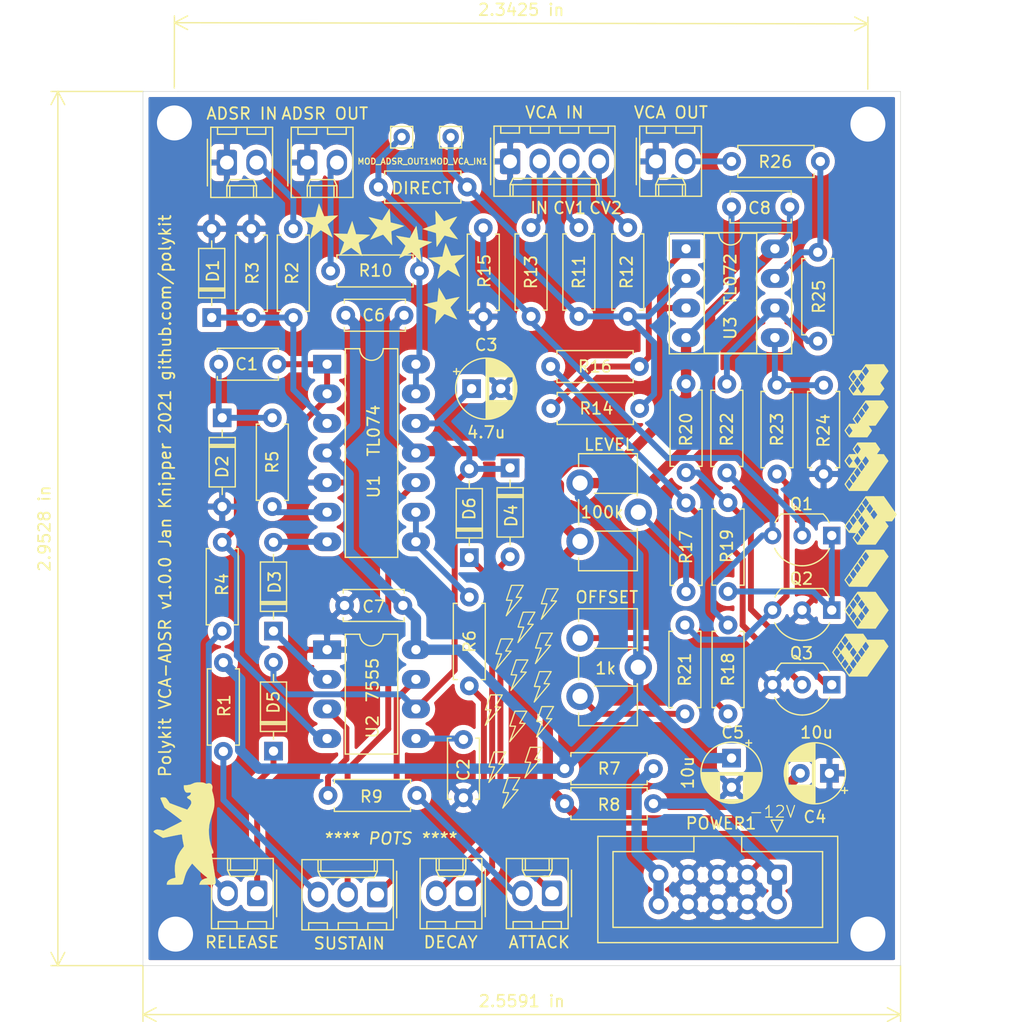
<source format=kicad_pcb>
(kicad_pcb (version 20171130) (host pcbnew 5.1.9-73d0e3b20d~88~ubuntu20.10.1)
  (title_block (title VCA-ADSR) (date 2021-02-18) (rev v1.0.0) (company "Jan Knipper"))
  (layers (0 F.Cu signal) (31 B.Cu signal) (34 B.Paste user) (35 F.Paste user) (36 B.SilkS user) (37 F.SilkS user) (38 B.Mask user) (39 F.Mask user) (44 Edge.Cuts user))
  (net 0 "")
  (net 1 "Net-(ADSR_IN1-Pad2)")
  (net 2 GND)
  (net 3 "Net-(ADSR_OUT1-Pad2)")
  (net 4 ATTACK_POT_2)
  (net 5 ATTACK_POT_1)
  (net 6 "Net-(C1-Pad2)")
  (net 7 "Net-(C1-Pad1)")
  (net 8 "Net-(C2-Pad2)")
  (net 9 "Net-(C3-Pad1)")
  (net 10 -12V)
  (net 11 +12V)
  (net 12 "Net-(D1-Pad1)")
  (net 13 "Net-(D3-Pad2)")
  (net 14 "Net-(D3-Pad1)")
  (net 15 RELEASE_POT_1)
  (net 16 DECAY_POT_1)
  (net 17 DECAY_POT_2)
  (net 18 OUT)
  (net 19 CV2)
  (net 20 CV1)
  (net 21 IN)
  (net 22 "Net-(LEVEL_TRIM1-Pad2)")
  (net 23 "Net-(MOD_ADSR_OUT1-Pad1)")
  (net 24 "Net-(MOD_VCA_IN1-Pad1)")
  (net 25 "Net-(OFFSET_TRIM1-Pad1)")
  (net 26 "Net-(OFFSET_TRIM1-Pad3)")
  (net 27 "Net-(POWER1-Pad10)")
  (net 28 "Net-(POWER1-Pad1)")
  (net 29 "Net-(Q1-Pad1)")
  (net 30 "Net-(Q1-Pad3)")
  (net 31 "Net-(Q1-Pad2)")
  (net 32 SUSTAIN_POT_3)
  (net 33 RELEASE_POT_2)
  (net 34 "Net-(R5-Pad2)")
  (net 35 "Net-(R6-Pad2)")
  (net 36 "Net-(R9-Pad2)")
  (net 37 "Net-(R14-Pad1)")
  (net 38 "Net-(R22-Pad1)")
  (net 39 "Net-(R23-Pad1)")
  (net 40 "Net-(R25-Pad1)")
  (net 41 SUSTAIN_POT_2)
  (net 42 SUSTAIN_POT_1)
  (net 43 "Net-(Q2-Pad3)")
  (net 44 "Net-(Q3-Pad1)")
  (net 45 "Net-(Q3-Pad2)")
  (module Connector_Pin:Pin_D0.7mm_L6.5mm_W1.8mm_FlatFork (layer F.Cu) (at 141.6 61.4 90)
    (fp_text reference MOD_ADSR_OUT1 (at -2.1 -0.7 180) (layer F.SilkS) (effects (font (size 0.5 0.5) (thickness 0.1))))
    (fp_text value Conn_01x01 hide)
    (pad 1 thru_hole circle (at 0 0 90) (size 1.4 1.4) (drill 0.7) (layers *.Cu *.Mask) (net 23 "Net-(MOD_ADSR_OUT1-Pad1)"))
  )
  (module Connector_Pin:Pin_D0.7mm_L6.5mm_W1.8mm_FlatFork (layer F.Cu) (at 145.8 61.4 90)
    (fp_text reference MOD_VCA_IN1 (at -2.1 0.7 180) (layer F.SilkS) (effects (font (size 0.5 0.5) (thickness 0.1))))
    (fp_text value Conn_01x01 hide)
    (pad 1 thru_hole circle (at 0 0 90) (size 1.4 1.4) (drill 0.7) (layers *.Cu *.Mask) (net 24 "Net-(MOD_VCA_IN1-Pad1)"))
  )
  (module Resistor_THT:R_Axial_DIN0207_L6.3mm_D2.5mm_P7.62mm_Horizontal (layer F.Cu) (at 139.6 65.7)
    (fp_text reference DIRECT (at 3.7 0.1) (layer F.SilkS))
    (fp_text value R_Axial_DIN0207_L6.3mm_D2.5mm_P7.62mm_Horizontal hide)
    (pad 2 thru_hole oval (at 7.62 0) (size 1.6 1.6) (drill 0.8) (layers *.Cu *.Mask) (net 24 "Net-(MOD_VCA_IN1-Pad1)"))
    (pad 1 thru_hole circle (at 0 0) (size 1.6 1.6) (drill 0.8) (layers *.Cu *.Mask) (net 23 "Net-(MOD_ADSR_OUT1-Pad1)"))
  )
  (module Polykit:star-silk-tiny (layer F.Cu) (at 145.1 75.8 12)
    (fp_text reference G*** hide)
    (fp_text value LOGO hide)
  )
  (module Polykit:star-silk-tiny (layer F.Cu) (at 145.5 72 5)
    (fp_text reference G*** hide)
    (fp_text value LOGO hide)
  )
  (module Polykit:star-silk-tiny (layer F.Cu) (at 134.6 68.6 4)
    (fp_text reference G*** hide)
    (fp_text value LOGO hide)
  )
  (module Polykit:star-silk-tiny (layer F.Cu) (at 137.3 70.1 358)
    (fp_text reference G*** hide)
    (fp_text value LOGO hide)
  )
  (module Polykit:star-silk-tiny (layer F.Cu) (at 140.2 69 346)
    (fp_text reference G*** hide)
    (fp_text value LOGO hide)
  )
  (module Polykit:star-silk-tiny (layer F.Cu) (at 142.6 70.5 350)
    (fp_text reference G*** hide)
    (fp_text value LOGO hide)
  )
  (module Polykit:star-silk-tiny (layer F.Cu) (at 145 69.1 20)
    (fp_text reference G*** hide)
    (fp_text value LOGO hide)
  )
  (module Polykit:blitz-silk-supertiny (layer F.Cu) (at 151 117.7)
    (fp_text reference G*** hide)
    (fp_text value LOGO hide)
  )
  (module Polykit:blitz-silk-supertiny (layer F.Cu) (at 149.8 115.5)
    (fp_text reference G*** hide)
    (fp_text value LOGO hide)
  )
  (module Polykit:blitz-silk-supertiny (layer F.Cu) (at 152.9 115.1)
    (fp_text reference G*** hide)
    (fp_text value LOGO hide)
  )
  (module Polykit:blitz-silk-supertiny (layer F.Cu) (at 153.9 111.6)
    (fp_text reference G*** hide)
    (fp_text value LOGO hide)
  )
  (module Polykit:blitz-silk-supertiny (layer F.Cu) (at 151.6 112)
    (fp_text reference G*** hide)
    (fp_text value LOGO hide)
  )
  (module Polykit:blitz-silk-supertiny (layer F.Cu) (at 149.5 110.6)
    (fp_text reference G*** hide)
    (fp_text value LOGO hide)
  )
  (module Polykit:blitz-silk-supertiny (layer F.Cu) (at 153.7 108.6)
    (fp_text reference G*** hide)
    (fp_text value LOGO hide)
  )
  (module Polykit:blitz-silk-supertiny (layer F.Cu) (at 151.7 107.6)
    (fp_text reference G*** hide)
    (fp_text value LOGO hide)
  )
  (module Polykit:blitz-silk-supertiny (layer F.Cu) (at 153.8 105.3)
    (fp_text reference G*** hide)
    (fp_text value LOGO hide)
  )
  (module Polykit:blitz-silk-supertiny (layer F.Cu) (at 150.4 105.8)
    (fp_text reference G*** hide)
    (fp_text value LOGO hide)
  )
  (module Polykit:blitz-silk-supertiny (layer F.Cu) (at 151.3 101.2)
    (fp_text reference G*** hide)
    (fp_text value LOGO hide)
  )
  (module Polykit:blitz-silk-supertiny (layer F.Cu) (at 152.3 103.5)
    (fp_text reference G*** hide)
    (fp_text value LOGO hide)
  )
  (module Polykit:blitz-silk-supertiny (layer F.Cu) (at 154.3 101.5)
    (fp_text reference G*** hide)
    (fp_text value LOGO hide)
  )
  (module Capacitor_THT:C_Disc_D5.0mm_W2.5mm_P5.00mm (layer F.Cu) (at 146.9 118.1 90)
    (fp_text reference C2 (at 2.4 0 90) (layer F.SilkS))
    (fp_text value 10n hide)
    (pad 2 thru_hole circle (at 5 0 90) (size 1.6 1.6) (drill 0.8) (layers *.Cu *.Mask) (net 8 "Net-(C2-Pad2)"))
    (pad 1 thru_hole circle (at 0 0 90) (size 1.6 1.6) (drill 0.8) (layers *.Cu *.Mask) (net 2 GND))
  )
  (module Polykit:logo-silk-2.5cm (layer F.Cu) (at 181.3 94.3 90)
    (fp_text reference G*** hide)
    (fp_text value LOGO hide)
  )
  (module Polykit:bär-small (layer F.Cu) (at 123.1 121.2)
    (fp_text reference G*** hide)
    (fp_text value LOGO hide)
  )
  (module Package_TO_SOT_THT:TO-92_Inline_Wide (layer F.Cu) (at 178.5 102 180)
    (fp_text reference Q2 (at 2.6 2.7) (layer F.SilkS))
    (fp_text value 2N3904 hide)
    (pad 1 thru_hole rect (at 0 0 180) (size 1.5 1.5) (drill 0.8) (layers *.Cu *.Mask) (net 29 "Net-(Q1-Pad1)"))
    (pad 3 thru_hole circle (at 5.08 0 180) (size 1.5 1.5) (drill 0.8) (layers *.Cu *.Mask) (net 43 "Net-(Q2-Pad3)"))
    (pad 2 thru_hole circle (at 2.54 0 180) (size 1.5 1.5) (drill 0.8) (layers *.Cu *.Mask) (net 2 GND))
  )
  (module Package_TO_SOT_THT:TO-92_Inline_Wide (layer F.Cu) (at 178.5 108.4 180)
    (fp_text reference Q3 (at 2.6 2.7) (layer F.SilkS))
    (fp_text value 2N3904 hide)
    (pad 1 thru_hole rect (at 0 0 180) (size 1.5 1.5) (drill 0.8) (layers *.Cu *.Mask) (net 44 "Net-(Q3-Pad1)"))
    (pad 3 thru_hole circle (at 5.08 0 180) (size 1.5 1.5) (drill 0.8) (layers *.Cu *.Mask) (net 2 GND))
    (pad 2 thru_hole circle (at 2.54 0 180) (size 1.5 1.5) (drill 0.8) (layers *.Cu *.Mask) (net 45 "Net-(Q3-Pad2)"))
  )
  (module Package_TO_SOT_THT:TO-92_Inline_Wide (layer F.Cu) (at 178.5 95.6 180)
    (fp_text reference Q1 (at 2.6 2.7) (layer F.SilkS))
    (fp_text value 2N3904 hide)
    (pad 1 thru_hole rect (at 0 0 180) (size 1.5 1.5) (drill 0.8) (layers *.Cu *.Mask) (net 29 "Net-(Q1-Pad1)"))
    (pad 3 thru_hole circle (at 5.08 0 180) (size 1.5 1.5) (drill 0.8) (layers *.Cu *.Mask) (net 30 "Net-(Q1-Pad3)"))
    (pad 2 thru_hole circle (at 2.54 0 180) (size 1.5 1.5) (drill 0.8) (layers *.Cu *.Mask) (net 31 "Net-(Q1-Pad2)"))
  )
  (module Package_DIP:DIP-8_W7.62mm_Socket_LongPads (layer F.Cu) (at 166 71)
    (fp_text reference U3 (at 3.8 6.8 90) (layer F.SilkS))
    (fp_text value TL072 (at 3.8 2.6 90) (layer F.SilkS))
    (pad 8 thru_hole oval (at 7.62 0) (size 2.4 1.6) (drill 0.8) (layers *.Cu *.Mask) (net 11 +12V))
    (pad 4 thru_hole oval (at 0 7.62) (size 2.4 1.6) (drill 0.8) (layers *.Cu *.Mask) (net 10 -12V))
    (pad 7 thru_hole oval (at 7.62 2.54) (size 2.4 1.6) (drill 0.8) (layers *.Cu *.Mask) (net 40 "Net-(R25-Pad1)"))
    (pad 3 thru_hole oval (at 0 5.08) (size 2.4 1.6) (drill 0.8) (layers *.Cu *.Mask) (net 2 GND))
    (pad 6 thru_hole oval (at 7.62 5.08) (size 2.4 1.6) (drill 0.8) (layers *.Cu *.Mask) (net 38 "Net-(R22-Pad1)"))
    (pad 2 thru_hole oval (at 0 2.54) (size 2.4 1.6) (drill 0.8) (layers *.Cu *.Mask) (net 24 "Net-(MOD_VCA_IN1-Pad1)"))
    (pad 5 thru_hole oval (at 7.62 7.62) (size 2.4 1.6) (drill 0.8) (layers *.Cu *.Mask) (net 39 "Net-(R23-Pad1)"))
    (pad 1 thru_hole rect (at 0 0) (size 2.4 1.6) (drill 0.8) (layers *.Cu *.Mask) (net 37 "Net-(R14-Pad1)"))
  )
  (module Package_DIP:DIP-8_W7.62mm_LongPads (layer F.Cu) (at 135.2 105.4)
    (fp_text reference U2 (at 3.9 6.6 90) (layer F.SilkS))
    (fp_text value 7555 (at 3.9 2.6 90) (layer F.SilkS))
    (pad 8 thru_hole oval (at 7.62 0) (size 2.4 1.6) (drill 0.8) (layers *.Cu *.Mask) (net 11 +12V))
    (pad 4 thru_hole oval (at 0 7.62) (size 2.4 1.6) (drill 0.8) (layers *.Cu *.Mask) (net 6 "Net-(C1-Pad2)"))
    (pad 7 thru_hole oval (at 7.62 2.54) (size 2.4 1.6) (drill 0.8) (layers *.Cu *.Mask) (net 42 SUSTAIN_POT_1))
    (pad 3 thru_hole oval (at 0 5.08) (size 2.4 1.6) (drill 0.8) (layers *.Cu *.Mask) (net 36 "Net-(R9-Pad2)"))
    (pad 6 thru_hole oval (at 7.62 5.08) (size 2.4 1.6) (drill 0.8) (layers *.Cu *.Mask) (net 9 "Net-(C3-Pad1)"))
    (pad 2 thru_hole oval (at 0 2.54) (size 2.4 1.6) (drill 0.8) (layers *.Cu *.Mask) (net 14 "Net-(D3-Pad1)"))
    (pad 5 thru_hole oval (at 7.62 7.62) (size 2.4 1.6) (drill 0.8) (layers *.Cu *.Mask) (net 8 "Net-(C2-Pad2)"))
    (pad 1 thru_hole rect (at 0 0) (size 2.4 1.6) (drill 0.8) (layers *.Cu *.Mask) (net 2 GND))
  )
  (module Package_DIP:DIP-14_W7.62mm_LongPads (layer F.Cu) (at 135.2 80.9)
    (fp_text reference U1 (at 4 10.5 90) (layer F.SilkS))
    (fp_text value TL074 (at 4 5.7 90) (layer F.SilkS))
    (pad 14 thru_hole oval (at 7.62 0) (size 2.4 1.6) (drill 0.8) (layers *.Cu *.Mask) (net 23 "Net-(MOD_ADSR_OUT1-Pad1)"))
    (pad 7 thru_hole oval (at 0 15.24) (size 2.4 1.6) (drill 0.8) (layers *.Cu *.Mask) (net 13 "Net-(D3-Pad2)"))
    (pad 13 thru_hole oval (at 7.62 2.54) (size 2.4 1.6) (drill 0.8) (layers *.Cu *.Mask) (net 23 "Net-(MOD_ADSR_OUT1-Pad1)"))
    (pad 6 thru_hole oval (at 0 12.7) (size 2.4 1.6) (drill 0.8) (layers *.Cu *.Mask) (net 34 "Net-(R5-Pad2)"))
    (pad 12 thru_hole oval (at 7.62 5.08) (size 2.4 1.6) (drill 0.8) (layers *.Cu *.Mask) (net 9 "Net-(C3-Pad1)"))
    (pad 5 thru_hole oval (at 0 10.16) (size 2.4 1.6) (drill 0.8) (layers *.Cu *.Mask) (net 2 GND))
    (pad 11 thru_hole oval (at 7.62 7.62) (size 2.4 1.6) (drill 0.8) (layers *.Cu *.Mask) (net 10 -12V))
    (pad 4 thru_hole oval (at 0 7.62) (size 2.4 1.6) (drill 0.8) (layers *.Cu *.Mask) (net 11 +12V))
    (pad 10 thru_hole oval (at 7.62 10.16) (size 2.4 1.6) (drill 0.8) (layers *.Cu *.Mask) (net 41 SUSTAIN_POT_2))
    (pad 3 thru_hole oval (at 0 5.08) (size 2.4 1.6) (drill 0.8) (layers *.Cu *.Mask) (net 12 "Net-(D1-Pad1)"))
    (pad 9 thru_hole oval (at 7.62 12.7) (size 2.4 1.6) (drill 0.8) (layers *.Cu *.Mask) (net 35 "Net-(R6-Pad2)"))
    (pad 2 thru_hole oval (at 0 2.54) (size 2.4 1.6) (drill 0.8) (layers *.Cu *.Mask) (net 6 "Net-(C1-Pad2)"))
    (pad 8 thru_hole oval (at 7.62 15.24) (size 2.4 1.6) (drill 0.8) (layers *.Cu *.Mask) (net 35 "Net-(R6-Pad2)"))
    (pad 1 thru_hole rect (at 0 0) (size 2.4 1.6) (drill 0.8) (layers *.Cu *.Mask) (net 6 "Net-(C1-Pad2)"))
  )
  (module Connector_Molex:Molex_KK-254_AE-6410-03A_1x03_P2.54mm_Vertical (layer F.Cu) (at 139.5 126.4 180)
    (fp_text reference SUSTAIN_POT1 hide)
    (fp_text value Conn_01x02 hide)
    (pad 3 thru_hole oval (at 5.08 0 180) (size 1.74 2.19) (drill 1.19) (layers *.Cu *.Mask) (net 32 SUSTAIN_POT_3))
    (pad 2 thru_hole oval (at 2.54 0 180) (size 1.74 2.19) (drill 1.19) (layers *.Cu *.Mask) (net 41 SUSTAIN_POT_2))
    (pad 1 thru_hole roundrect (at 0 0 180) (size 1.74 2.19) (drill 1.19) (layers *.Cu *.Mask) (roundrect_rratio 0.1436775862068966) (net 42 SUSTAIN_POT_1))
  )
  (module Connector_Molex:Molex_KK-254_AE-6410-02A_1x02_P2.54mm_Vertical (layer F.Cu) (at 129.2 126.3 180)
    (fp_text reference RELEASE_POT1 hide)
    (fp_text value Conn_01x02 hide)
    (pad 2 thru_hole oval (at 2.54 0 180) (size 1.74 2.19) (drill 1.19) (layers *.Cu *.Mask) (net 33 RELEASE_POT_2))
    (pad 1 thru_hole roundrect (at 0 0 180) (size 1.74 2.19) (drill 1.19) (layers *.Cu *.Mask) (roundrect_rratio 0.1436775862068966) (net 15 RELEASE_POT_1))
  )
  (module Resistor_THT:R_Axial_DIN0207_L6.3mm_D2.5mm_P7.62mm_Horizontal (layer F.Cu) (at 169.9 63.5)
    (fp_text reference R26 (at 3.76 0.04) (layer F.SilkS))
    (fp_text value 1k hide)
    (pad 2 thru_hole oval (at 7.62 0) (size 1.6 1.6) (drill 0.8) (layers *.Cu *.Mask) (net 40 "Net-(R25-Pad1)"))
    (pad 1 thru_hole circle (at 0 0) (size 1.6 1.6) (drill 0.8) (layers *.Cu *.Mask) (net 18 OUT))
  )
  (module Resistor_THT:R_Axial_DIN0207_L6.3mm_D2.5mm_P7.62mm_Horizontal (layer F.Cu) (at 177.3 71.3 270)
    (fp_text reference R25 (at 3.81 -0.1 90) (layer F.SilkS))
    (fp_text value 150k hide)
    (pad 2 thru_hole oval (at 7.62 0 270) (size 1.6 1.6) (drill 0.8) (layers *.Cu *.Mask) (net 38 "Net-(R22-Pad1)"))
    (pad 1 thru_hole circle (at 0 0 270) (size 1.6 1.6) (drill 0.8) (layers *.Cu *.Mask) (net 40 "Net-(R25-Pad1)"))
  )
  (module Resistor_THT:R_Axial_DIN0207_L6.3mm_D2.5mm_P7.62mm_Horizontal (layer F.Cu) (at 177.8 82.7 270)
    (fp_text reference R24 (at 3.9 0 90) (layer F.SilkS))
    (fp_text value 150k hide)
    (pad 2 thru_hole oval (at 7.62 0 270) (size 1.6 1.6) (drill 0.8) (layers *.Cu *.Mask) (net 2 GND))
    (pad 1 thru_hole circle (at 0 0 270) (size 1.6 1.6) (drill 0.8) (layers *.Cu *.Mask) (net 39 "Net-(R23-Pad1)"))
  )
  (module Resistor_THT:R_Axial_DIN0207_L6.3mm_D2.5mm_P7.62mm_Horizontal (layer F.Cu) (at 173.8 82.7 270)
    (fp_text reference R23 (at 3.8 0 90) (layer F.SilkS))
    (fp_text value 10k hide)
    (pad 2 thru_hole oval (at 7.62 0 270) (size 1.6 1.6) (drill 0.8) (layers *.Cu *.Mask) (net 43 "Net-(Q2-Pad3)"))
    (pad 1 thru_hole circle (at 0 0 270) (size 1.6 1.6) (drill 0.8) (layers *.Cu *.Mask) (net 39 "Net-(R23-Pad1)"))
  )
  (module Resistor_THT:R_Axial_DIN0207_L6.3mm_D2.5mm_P7.62mm_Horizontal (layer F.Cu) (at 169.5 82.6 270)
    (fp_text reference R22 (at 3.9 0 90) (layer F.SilkS))
    (fp_text value 10k hide)
    (pad 2 thru_hole oval (at 7.62 0 270) (size 1.6 1.6) (drill 0.8) (layers *.Cu *.Mask) (net 30 "Net-(Q1-Pad3)"))
    (pad 1 thru_hole circle (at 0 0 270) (size 1.6 1.6) (drill 0.8) (layers *.Cu *.Mask) (net 38 "Net-(R22-Pad1)"))
  )
  (module Resistor_THT:R_Axial_DIN0207_L6.3mm_D2.5mm_P7.62mm_Horizontal (layer F.Cu) (at 165.9 110.9 90)
    (fp_text reference R21 (at 3.8 0 90) (layer F.SilkS))
    (fp_text value 10k hide)
    (pad 2 thru_hole oval (at 7.62 0 90) (size 1.6 1.6) (drill 0.8) (layers *.Cu *.Mask) (net 43 "Net-(Q2-Pad3)"))
    (pad 1 thru_hole circle (at 0 0 90) (size 1.6 1.6) (drill 0.8) (layers *.Cu *.Mask) (net 26 "Net-(OFFSET_TRIM1-Pad3)"))
  )
  (module Resistor_THT:R_Axial_DIN0207_L6.3mm_D2.5mm_P7.62mm_Horizontal (layer F.Cu) (at 166 90.2 90)
    (fp_text reference R20 (at 3.7 0 90) (layer F.SilkS))
    (fp_text value 10k hide)
    (pad 2 thru_hole oval (at 7.62 0 90) (size 1.6 1.6) (drill 0.8) (layers *.Cu *.Mask) (net 10 -12V))
    (pad 1 thru_hole circle (at 0 0 90) (size 1.6 1.6) (drill 0.8) (layers *.Cu *.Mask) (net 44 "Net-(Q3-Pad1)"))
  )
  (module Resistor_THT:R_Axial_DIN0207_L6.3mm_D2.5mm_P7.62mm_Horizontal (layer F.Cu) (at 169.6 100.4 90)
    (fp_text reference R19 (at 3.9 -0.1 90) (layer F.SilkS))
    (fp_text value 22k hide)
    (pad 2 thru_hole oval (at 7.62 0 90) (size 1.6 1.6) (drill 0.8) (layers *.Cu *.Mask) (net 44 "Net-(Q3-Pad1)"))
    (pad 1 thru_hole circle (at 0 0 90) (size 1.6 1.6) (drill 0.8) (layers *.Cu *.Mask) (net 29 "Net-(Q1-Pad1)"))
  )
  (module Resistor_THT:R_Axial_DIN0207_L6.3mm_D2.5mm_P7.62mm_Horizontal (layer F.Cu) (at 169.6 110.9 90)
    (fp_text reference R18 (at 3.81 0 90) (layer F.SilkS))
    (fp_text value 10k hide)
    (pad 2 thru_hole oval (at 7.62 0 90) (size 1.6 1.6) (drill 0.8) (layers *.Cu *.Mask) (net 30 "Net-(Q1-Pad3)"))
    (pad 1 thru_hole circle (at 0 0 90) (size 1.6 1.6) (drill 0.8) (layers *.Cu *.Mask) (net 25 "Net-(OFFSET_TRIM1-Pad1)"))
  )
  (module Resistor_THT:R_Axial_DIN0207_L6.3mm_D2.5mm_P7.62mm_Horizontal (layer F.Cu) (at 166 92.8 270)
    (fp_text reference R17 (at 3.8 0 90) (layer F.SilkS))
    (fp_text value 22k hide)
    (pad 2 thru_hole oval (at 7.62 0 270) (size 1.6 1.6) (drill 0.8) (layers *.Cu *.Mask) (net 22 "Net-(LEVEL_TRIM1-Pad2)"))
    (pad 1 thru_hole circle (at 0 0 270) (size 1.6 1.6) (drill 0.8) (layers *.Cu *.Mask) (net 45 "Net-(Q3-Pad2)"))
  )
  (module Resistor_THT:R_Axial_DIN0207_L6.3mm_D2.5mm_P7.62mm_Horizontal (layer F.Cu) (at 154.38 81.1)
    (fp_text reference R16 (at 3.8 0) (layer F.SilkS))
    (fp_text value 22k hide)
    (pad 2 thru_hole oval (at 7.62 0) (size 1.6 1.6) (drill 0.8) (layers *.Cu *.Mask) (net 37 "Net-(R14-Pad1)"))
    (pad 1 thru_hole circle (at 0 0) (size 1.6 1.6) (drill 0.8) (layers *.Cu *.Mask) (net 45 "Net-(Q3-Pad2)"))
  )
  (module Resistor_THT:R_Axial_DIN0207_L6.3mm_D2.5mm_P7.62mm_Horizontal (layer F.Cu) (at 148.6 69.2 270)
    (fp_text reference R15 (at 3.7 -0.1 90) (layer F.SilkS))
    (fp_text value 1k hide)
    (pad 2 thru_hole oval (at 7.62 0 270) (size 1.6 1.6) (drill 0.8) (layers *.Cu *.Mask) (net 2 GND))
    (pad 1 thru_hole circle (at 0 0 270) (size 1.6 1.6) (drill 0.8) (layers *.Cu *.Mask) (net 31 "Net-(Q1-Pad2)"))
  )
  (module Resistor_THT:R_Axial_DIN0207_L6.3mm_D2.5mm_P7.62mm_Horizontal (layer F.Cu) (at 154.4 84.7)
    (fp_text reference R14 (at 3.9 0) (layer F.SilkS))
    (fp_text value 47k hide)
    (pad 2 thru_hole oval (at 7.62 0) (size 1.6 1.6) (drill 0.8) (layers *.Cu *.Mask) (net 24 "Net-(MOD_VCA_IN1-Pad1)"))
    (pad 1 thru_hole circle (at 0 0) (size 1.6 1.6) (drill 0.8) (layers *.Cu *.Mask) (net 37 "Net-(R14-Pad1)"))
  )
  (module Resistor_THT:R_Axial_DIN0207_L6.3mm_D2.5mm_P7.62mm_Horizontal (layer F.Cu) (at 152.7 76.8 90)
    (fp_text reference R13 (at 3.8 0 90) (layer F.SilkS))
    (fp_text value 220k hide)
    (pad 2 thru_hole oval (at 7.62 0 90) (size 1.6 1.6) (drill 0.8) (layers *.Cu *.Mask) (net 21 IN))
    (pad 1 thru_hole circle (at 0 0 90) (size 1.6 1.6) (drill 0.8) (layers *.Cu *.Mask) (net 31 "Net-(Q1-Pad2)"))
  )
  (module Resistor_THT:R_Axial_DIN0207_L6.3mm_D2.5mm_P7.62mm_Horizontal (layer F.Cu) (at 161 76.8 90)
    (fp_text reference R12 (at 3.8 -0.1 90) (layer F.SilkS))
    (fp_text value 100k hide)
    (pad 2 thru_hole oval (at 7.62 0 90) (size 1.6 1.6) (drill 0.8) (layers *.Cu *.Mask) (net 19 CV2))
    (pad 1 thru_hole circle (at 0 0 90) (size 1.6 1.6) (drill 0.8) (layers *.Cu *.Mask) (net 24 "Net-(MOD_VCA_IN1-Pad1)"))
  )
  (module Resistor_THT:R_Axial_DIN0207_L6.3mm_D2.5mm_P7.62mm_Horizontal (layer F.Cu) (at 156.8 76.8 90)
    (fp_text reference R11 (at 3.8 0 90) (layer F.SilkS))
    (fp_text value 100k hide)
    (pad 2 thru_hole oval (at 7.62 0 90) (size 1.6 1.6) (drill 0.8) (layers *.Cu *.Mask) (net 20 CV1))
    (pad 1 thru_hole circle (at 0 0 90) (size 1.6 1.6) (drill 0.8) (layers *.Cu *.Mask) (net 24 "Net-(MOD_VCA_IN1-Pad1)"))
  )
  (module Resistor_THT:R_Axial_DIN0207_L6.3mm_D2.5mm_P7.62mm_Horizontal (layer F.Cu) (at 135.5 72.9)
    (fp_text reference R10 (at 3.86 -0.03) (layer F.SilkS))
    (fp_text value 1k hide)
    (pad 2 thru_hole oval (at 7.62 0) (size 1.6 1.6) (drill 0.8) (layers *.Cu *.Mask) (net 23 "Net-(MOD_ADSR_OUT1-Pad1)"))
    (pad 1 thru_hole circle (at 0 0) (size 1.6 1.6) (drill 0.8) (layers *.Cu *.Mask) (net 3 "Net-(ADSR_OUT1-Pad2)"))
  )
  (module Resistor_THT:R_Axial_DIN0207_L6.3mm_D2.5mm_P7.62mm_Horizontal (layer F.Cu) (at 142.9 117.9 180)
    (fp_text reference R9 (at 3.9 -0.1) (layer F.SilkS))
    (fp_text value 100 hide)
    (pad 2 thru_hole oval (at 7.62 0 180) (size 1.6 1.6) (drill 0.8) (layers *.Cu *.Mask) (net 36 "Net-(R9-Pad2)"))
    (pad 1 thru_hole circle (at 0 0 180) (size 1.6 1.6) (drill 0.8) (layers *.Cu *.Mask) (net 4 ATTACK_POT_2))
  )
  (module Resistor_THT:R_Axial_DIN0207_L6.3mm_D2.5mm_P7.62mm_Horizontal (layer F.Cu) (at 163.2 118.6 180)
    (fp_text reference R8 (at 3.81 -0.1) (layer F.SilkS))
    (fp_text value 10 hide)
    (pad 2 thru_hole oval (at 7.62 0 180) (size 1.6 1.6) (drill 0.8) (layers *.Cu *.Mask) (net 10 -12V))
    (pad 1 thru_hole circle (at 0 0 180) (size 1.6 1.6) (drill 0.8) (layers *.Cu *.Mask) (net 28 "Net-(POWER1-Pad1)"))
  )
  (module Resistor_THT:R_Axial_DIN0207_L6.3mm_D2.5mm_P7.62mm_Horizontal (layer F.Cu) (at 163.2 115.6 180)
    (fp_text reference R7 (at 3.8 0) (layer F.SilkS))
    (fp_text value 10 hide)
    (pad 2 thru_hole oval (at 7.62 0 180) (size 1.6 1.6) (drill 0.8) (layers *.Cu *.Mask) (net 11 +12V))
    (pad 1 thru_hole circle (at 0 0 180) (size 1.6 1.6) (drill 0.8) (layers *.Cu *.Mask) (net 27 "Net-(POWER1-Pad10)"))
  )
  (module Resistor_THT:R_Axial_DIN0207_L6.3mm_D2.5mm_P7.62mm_Horizontal (layer F.Cu) (at 147.4 108.5 90)
    (fp_text reference R6 (at 3.81 0.02 90) (layer F.SilkS))
    (fp_text value 100 hide)
    (pad 2 thru_hole oval (at 7.62 0 90) (size 1.6 1.6) (drill 0.8) (layers *.Cu *.Mask) (net 35 "Net-(R6-Pad2)"))
    (pad 1 thru_hole circle (at 0 0 90) (size 1.6 1.6) (drill 0.8) (layers *.Cu *.Mask) (net 17 DECAY_POT_2))
  )
  (module Resistor_THT:R_Axial_DIN0207_L6.3mm_D2.5mm_P7.62mm_Horizontal (layer F.Cu) (at 130.5 85.5 270)
    (fp_text reference R5 (at 3.8 0 90) (layer F.SilkS))
    (fp_text value 47k hide)
    (pad 2 thru_hole oval (at 7.62 0 270) (size 1.6 1.6) (drill 0.8) (layers *.Cu *.Mask) (net 34 "Net-(R5-Pad2)"))
    (pad 1 thru_hole circle (at 0 0 270) (size 1.6 1.6) (drill 0.8) (layers *.Cu *.Mask) (net 7 "Net-(C1-Pad1)"))
  )
  (module Resistor_THT:R_Axial_DIN0207_L6.3mm_D2.5mm_P7.62mm_Horizontal (layer F.Cu) (at 126.2 103.8 90)
    (fp_text reference R4 (at 4 0 90) (layer F.SilkS))
    (fp_text value 100 hide)
    (pad 2 thru_hole oval (at 7.62 0 90) (size 1.6 1.6) (drill 0.8) (layers *.Cu *.Mask) (net 6 "Net-(C1-Pad2)"))
    (pad 1 thru_hole circle (at 0 0 90) (size 1.6 1.6) (drill 0.8) (layers *.Cu *.Mask) (net 33 RELEASE_POT_2))
  )
  (module Resistor_THT:R_Axial_DIN0207_L6.3mm_D2.5mm_P7.62mm_Horizontal (layer F.Cu) (at 128.7 76.9 90)
    (fp_text reference R3 (at 3.81 0.1 90) (layer F.SilkS))
    (fp_text value 100k hide)
    (pad 2 thru_hole oval (at 7.62 0 90) (size 1.6 1.6) (drill 0.8) (layers *.Cu *.Mask) (net 2 GND))
    (pad 1 thru_hole circle (at 0 0 90) (size 1.6 1.6) (drill 0.8) (layers *.Cu *.Mask) (net 12 "Net-(D1-Pad1)"))
  )
  (module Resistor_THT:R_Axial_DIN0207_L6.3mm_D2.5mm_P7.62mm_Horizontal (layer F.Cu) (at 132.3 76.9 90)
    (fp_text reference R2 (at 3.81 -0.1 90) (layer F.SilkS))
    (fp_text value 10k hide)
    (pad 2 thru_hole oval (at 7.62 0 90) (size 1.6 1.6) (drill 0.8) (layers *.Cu *.Mask) (net 1 "Net-(ADSR_IN1-Pad2)"))
    (pad 1 thru_hole circle (at 0 0 90) (size 1.6 1.6) (drill 0.8) (layers *.Cu *.Mask) (net 12 "Net-(D1-Pad1)"))
  )
  (module Resistor_THT:R_Axial_DIN0207_L6.3mm_D2.5mm_P7.62mm_Horizontal (layer F.Cu) (at 126.3 106.5 270)
    (fp_text reference R1 (at 3.7 -0.08 90) (layer F.SilkS))
    (fp_text value 4k7 hide)
    (pad 2 thru_hole oval (at 7.62 0 270) (size 1.6 1.6) (drill 0.8) (layers *.Cu *.Mask) (net 32 SUSTAIN_POT_3))
    (pad 1 thru_hole circle (at 0 0 270) (size 1.6 1.6) (drill 0.8) (layers *.Cu *.Mask) (net 11 +12V))
  )
  (module Connector_IDC:IDC-Header_2x05_P2.54mm_Vertical (layer F.Cu) (at 173.8 124.7 270)
    (fp_text reference POWER1 (at -4.4 4.8 180) (layer F.SilkS))
    (fp_text value Conn_02x05_Odd_Even hide)
    (pad 10 thru_hole circle (at 2.54 10.16 270) (size 1.7 1.7) (drill 1) (layers *.Cu *.Mask) (net 27 "Net-(POWER1-Pad10)"))
    (pad 8 thru_hole circle (at 2.54 7.62 270) (size 1.7 1.7) (drill 1) (layers *.Cu *.Mask) (net 2 GND))
    (pad 6 thru_hole circle (at 2.54 5.08 270) (size 1.7 1.7) (drill 1) (layers *.Cu *.Mask) (net 2 GND))
    (pad 4 thru_hole circle (at 2.54 2.54 270) (size 1.7 1.7) (drill 1) (layers *.Cu *.Mask) (net 2 GND))
    (pad 2 thru_hole circle (at 2.54 0 270) (size 1.7 1.7) (drill 1) (layers *.Cu *.Mask) (net 28 "Net-(POWER1-Pad1)"))
    (pad 9 thru_hole circle (at 0 10.16 270) (size 1.7 1.7) (drill 1) (layers *.Cu *.Mask) (net 27 "Net-(POWER1-Pad10)"))
    (pad 7 thru_hole circle (at 0 7.62 270) (size 1.7 1.7) (drill 1) (layers *.Cu *.Mask) (net 2 GND))
    (pad 5 thru_hole circle (at 0 5.08 270) (size 1.7 1.7) (drill 1) (layers *.Cu *.Mask) (net 2 GND))
    (pad 3 thru_hole circle (at 0 2.54 270) (size 1.7 1.7) (drill 1) (layers *.Cu *.Mask) (net 2 GND))
    (pad 1 thru_hole roundrect (at 0 0 270) (size 1.7 1.7) (drill 1) (layers *.Cu *.Mask) (roundrect_rratio 0.1470588235294118) (net 28 "Net-(POWER1-Pad1)"))
  )
  (module Potentiometer_THT:Potentiometer_ACP_CA9-H5_Horizontal (layer F.Cu) (at 156.9 104.4)
    (fp_text reference OFFSET_TRIM1 hide)
    (fp_text value 1k (at 2.2 2.6) (layer F.SilkS))
    (pad 1 thru_hole circle (at 0 0) (size 2.34 2.34) (drill 1.3) (layers *.Cu *.Mask) (net 25 "Net-(OFFSET_TRIM1-Pad1)"))
    (pad 2 thru_hole circle (at 5 2.5) (size 2.34 2.34) (drill 1.3) (layers *.Cu *.Mask) (net 11 +12V))
    (pad 3 thru_hole circle (at 0 5) (size 2.34 2.34) (drill 1.3) (layers *.Cu *.Mask) (net 26 "Net-(OFFSET_TRIM1-Pad3)"))
  )
  (module Potentiometer_THT:Potentiometer_ACP_CA9-H5_Horizontal (layer F.Cu) (at 156.9 91.1)
    (fp_text reference LEVEL_TRIM1 hide)
    (fp_text value 100k (at 1.9 2.5 180) (layer F.SilkS))
    (pad 1 thru_hole circle (at 0 0) (size 2.34 2.34) (drill 1.3) (layers *.Cu *.Mask) (net 11 +12V))
    (pad 2 thru_hole circle (at 5 2.5) (size 2.34 2.34) (drill 1.3) (layers *.Cu *.Mask) (net 22 "Net-(LEVEL_TRIM1-Pad2)"))
    (pad 3 thru_hole circle (at 0 5) (size 2.34 2.34) (drill 1.3) (layers *.Cu *.Mask) (net 10 -12V))
  )
  (module Connector_Molex:Molex_KK-254_AE-6410-04A_1x04_P2.54mm_Vertical (layer F.Cu) (at 150.9 63.5)
    (fp_text reference VCA_IN1 hide)
    (fp_text value Conn_01x04 hide)
    (pad 4 thru_hole oval (at 7.62 0) (size 1.74 2.19) (drill 1.19) (layers *.Cu *.Mask) (net 19 CV2))
    (pad 3 thru_hole oval (at 5.08 0) (size 1.74 2.19) (drill 1.19) (layers *.Cu *.Mask) (net 20 CV1))
    (pad 2 thru_hole oval (at 2.54 0) (size 1.74 2.19) (drill 1.19) (layers *.Cu *.Mask) (net 21 IN))
    (pad 1 thru_hole roundrect (at 0 0) (size 1.74 2.19) (drill 1.19) (layers *.Cu *.Mask) (roundrect_rratio 0.1436775862068966) (net 2 GND))
  )
  (module Connector_Molex:Molex_KK-254_AE-6410-02A_1x02_P2.54mm_Vertical (layer F.Cu) (at 163.4 63.5)
    (fp_text reference VCA_OUT1 hide)
    (fp_text value Conn_01x02 hide)
    (pad 2 thru_hole oval (at 2.54 0) (size 1.74 2.19) (drill 1.19) (layers *.Cu *.Mask) (net 18 OUT))
    (pad 1 thru_hole roundrect (at 0 0) (size 1.74 2.19) (drill 1.19) (layers *.Cu *.Mask) (roundrect_rratio 0.1436775862068966) (net 2 GND))
  )
  (module Connector_Molex:Molex_KK-254_AE-6410-02A_1x02_P2.54mm_Vertical (layer F.Cu) (at 147.1 126.3 180)
    (fp_text reference DECAY_POT1 hide)
    (fp_text value Conn_01x02 hide)
    (pad 2 thru_hole oval (at 2.54 0 180) (size 1.74 2.19) (drill 1.19) (layers *.Cu *.Mask) (net 17 DECAY_POT_2))
    (pad 1 thru_hole roundrect (at 0 0 180) (size 1.74 2.19) (drill 1.19) (layers *.Cu *.Mask) (roundrect_rratio 0.1436775862068966) (net 16 DECAY_POT_1))
  )
  (module Diode_THT:D_DO-35_SOD27_P7.62mm_Horizontal (layer F.Cu) (at 147.4 97.5 90)
    (fp_text reference D6 (at 4.2 0 90) (layer F.SilkS))
    (fp_text value 1N4148 hide)
    (pad 2 thru_hole oval (at 7.62 0 90) (size 1.6 1.6) (drill 0.8) (layers *.Cu *.Mask) (net 9 "Net-(C3-Pad1)"))
    (pad 1 thru_hole rect (at 0 0 90) (size 1.6 1.6) (drill 0.8) (layers *.Cu *.Mask) (net 16 DECAY_POT_1))
  )
  (module Diode_THT:D_DO-35_SOD27_P7.62mm_Horizontal (layer F.Cu) (at 130.6 114.1 90)
    (fp_text reference D5 (at 4.2 0 90) (layer F.SilkS))
    (fp_text value 1N4148 hide)
    (pad 2 thru_hole oval (at 7.62 0 90) (size 1.6 1.6) (drill 0.8) (layers *.Cu *.Mask) (net 9 "Net-(C3-Pad1)"))
    (pad 1 thru_hole rect (at 0 0 90) (size 1.6 1.6) (drill 0.8) (layers *.Cu *.Mask) (net 15 RELEASE_POT_1))
  )
  (module Diode_THT:D_DO-35_SOD27_P7.62mm_Horizontal (layer F.Cu) (at 150.9 89.8 270)
    (fp_text reference D4 (at 4.1 -0.1 90) (layer F.SilkS))
    (fp_text value 1N4148 hide)
    (pad 2 thru_hole oval (at 7.62 0 270) (size 1.6 1.6) (drill 0.8) (layers *.Cu *.Mask) (net 5 ATTACK_POT_1))
    (pad 1 thru_hole rect (at 0 0 270) (size 1.6 1.6) (drill 0.8) (layers *.Cu *.Mask) (net 9 "Net-(C3-Pad1)"))
  )
  (module Diode_THT:D_DO-35_SOD27_P7.62mm_Horizontal (layer F.Cu) (at 130.6 103.8 90)
    (fp_text reference D3 (at 4.2 0.1 90) (layer F.SilkS))
    (fp_text value 1N4148 hide)
    (pad 2 thru_hole oval (at 7.62 0 90) (size 1.6 1.6) (drill 0.8) (layers *.Cu *.Mask) (net 13 "Net-(D3-Pad2)"))
    (pad 1 thru_hole rect (at 0 0 90) (size 1.6 1.6) (drill 0.8) (layers *.Cu *.Mask) (net 14 "Net-(D3-Pad1)"))
  )
  (module Diode_THT:D_DO-35_SOD27_P7.62mm_Horizontal (layer F.Cu) (at 126.2 85.5 270)
    (fp_text reference D2 (at 4.2 0 90) (layer F.SilkS))
    (fp_text value 1N4148 hide)
    (pad 2 thru_hole oval (at 7.62 0 270) (size 1.6 1.6) (drill 0.8) (layers *.Cu *.Mask) (net 2 GND))
    (pad 1 thru_hole rect (at 0 0 270) (size 1.6 1.6) (drill 0.8) (layers *.Cu *.Mask) (net 7 "Net-(C1-Pad1)"))
  )
  (module Diode_THT:D_DO-35_SOD27_P7.62mm_Horizontal (layer F.Cu) (at 125.3 76.9 90)
    (fp_text reference D1 (at 4 0.1 90) (layer F.SilkS))
    (fp_text value 1N4148 hide)
    (pad 2 thru_hole oval (at 7.62 0 90) (size 1.6 1.6) (drill 0.8) (layers *.Cu *.Mask) (net 2 GND))
    (pad 1 thru_hole rect (at 0 0 90) (size 1.6 1.6) (drill 0.8) (layers *.Cu *.Mask) (net 12 "Net-(D1-Pad1)"))
  )
  (module Capacitor_THT:C_Disc_D5.0mm_W2.5mm_P5.00mm (layer F.Cu) (at 169.9 67.4)
    (fp_text reference C8 (at 2.4 0.1) (layer F.SilkS))
    (fp_text value 100n hide)
    (pad 2 thru_hole circle (at 5 0) (size 1.6 1.6) (drill 0.8) (layers *.Cu *.Mask) (net 11 +12V))
    (pad 1 thru_hole circle (at 0 0) (size 1.6 1.6) (drill 0.8) (layers *.Cu *.Mask) (net 10 -12V))
  )
  (module Capacitor_THT:C_Disc_D5.0mm_W2.5mm_P5.00mm (layer F.Cu) (at 136.7 101.6)
    (fp_text reference C7 (at 2.5 0.1) (layer F.SilkS))
    (fp_text value 100n hide)
    (pad 2 thru_hole circle (at 5 0) (size 1.6 1.6) (drill 0.8) (layers *.Cu *.Mask) (net 11 +12V))
    (pad 1 thru_hole circle (at 0 0) (size 1.6 1.6) (drill 0.8) (layers *.Cu *.Mask) (net 2 GND))
  )
  (module Capacitor_THT:C_Disc_D5.0mm_W2.5mm_P5.00mm (layer F.Cu) (at 141.8 76.7 180)
    (fp_text reference C6 (at 2.6 0) (layer F.SilkS))
    (fp_text value 100n hide)
    (pad 2 thru_hole circle (at 5 0 180) (size 1.6 1.6) (drill 0.8) (layers *.Cu *.Mask) (net 11 +12V))
    (pad 1 thru_hole circle (at 0 0 180) (size 1.6 1.6) (drill 0.8) (layers *.Cu *.Mask) (net 10 -12V))
  )
  (module Capacitor_THT:CP_Radial_D5.0mm_P2.50mm (layer F.Cu) (at 169.9 114.7 270)
    (fp_text reference C5 (at -2.2 -0.1 180) (layer F.SilkS))
    (fp_text value 10u (at 1.25 3.75 90) (layer F.SilkS))
    (pad 2 thru_hole circle (at 2.5 0 270) (size 1.6 1.6) (drill 0.8) (layers *.Cu *.Mask) (net 2 GND))
    (pad 1 thru_hole rect (at 0 0 270) (size 1.6 1.6) (drill 0.8) (layers *.Cu *.Mask) (net 11 +12V))
  )
  (module Capacitor_THT:CP_Radial_D5.0mm_P2.50mm (layer F.Cu) (at 178.3 116 180)
    (fp_text reference C4 (at 1.25 -3.75) (layer F.SilkS))
    (fp_text value 10u (at 1.1 3.5 180) (layer F.SilkS))
    (pad 2 thru_hole circle (at 2.5 0 180) (size 1.6 1.6) (drill 0.8) (layers *.Cu *.Mask) (net 10 -12V))
    (pad 1 thru_hole rect (at 0 0 180) (size 1.6 1.6) (drill 0.8) (layers *.Cu *.Mask) (net 2 GND))
  )
  (module Capacitor_THT:CP_Radial_D5.0mm_P2.50mm (layer F.Cu) (at 147.6 83)
    (fp_text reference C3 (at 1.25 -3.75) (layer F.SilkS))
    (fp_text value 4.7u (at 1.25 3.75) (layer F.SilkS))
    (pad 2 thru_hole circle (at 2.5 0) (size 1.6 1.6) (drill 0.8) (layers *.Cu *.Mask) (net 2 GND))
    (pad 1 thru_hole rect (at 0 0) (size 1.6 1.6) (drill 0.8) (layers *.Cu *.Mask) (net 9 "Net-(C3-Pad1)"))
  )
  (module Capacitor_THT:C_Disc_D5.0mm_W2.5mm_P5.00mm (layer F.Cu) (at 125.9 80.9)
    (fp_text reference C1 (at 2.4 0) (layer F.SilkS))
    (fp_text value 10n hide)
    (pad 2 thru_hole circle (at 5 0) (size 1.6 1.6) (drill 0.8) (layers *.Cu *.Mask) (net 6 "Net-(C1-Pad2)"))
    (pad 1 thru_hole circle (at 0 0) (size 1.6 1.6) (drill 0.8) (layers *.Cu *.Mask) (net 7 "Net-(C1-Pad1)"))
  )
  (module Connector_Molex:Molex_KK-254_AE-6410-02A_1x02_P2.54mm_Vertical (layer F.Cu) (at 154.5 126.3 180)
    (fp_text reference ATTACK_POT1 hide)
    (fp_text value Conn_01x02 hide)
    (pad 2 thru_hole oval (at 2.54 0 180) (size 1.74 2.19) (drill 1.19) (layers *.Cu *.Mask) (net 4 ATTACK_POT_2))
    (pad 1 thru_hole roundrect (at 0 0 180) (size 1.74 2.19) (drill 1.19) (layers *.Cu *.Mask) (roundrect_rratio 0.1436775862068966) (net 5 ATTACK_POT_1))
  )
  (module Connector_Molex:Molex_KK-254_AE-6410-02A_1x02_P2.54mm_Vertical (layer F.Cu) (at 133.5 63.6)
    (fp_text reference ADSR_OUT1 hide)
    (fp_text value Conn_01x02 hide)
    (pad 2 thru_hole oval (at 2.54 0) (size 1.74 2.19) (drill 1.19) (layers *.Cu *.Mask) (net 3 "Net-(ADSR_OUT1-Pad2)"))
    (pad 1 thru_hole roundrect (at 0 0) (size 1.74 2.19) (drill 1.19) (layers *.Cu *.Mask) (roundrect_rratio 0.1436775862068966) (net 2 GND))
  )
  (module Connector_Molex:Molex_KK-254_AE-6410-02A_1x02_P2.54mm_Vertical (layer F.Cu) (at 126.6 63.6)
    (fp_text reference ADSR_IN1 hide)
    (fp_text value Conn_01x02 hide)
    (pad 2 thru_hole oval (at 2.54 0) (size 1.74 2.19) (drill 1.19) (layers *.Cu *.Mask) (net 1 "Net-(ADSR_IN1-Pad2)"))
    (pad 1 thru_hole roundrect (at 0 0) (size 1.74 2.19) (drill 1.19) (layers *.Cu *.Mask) (roundrect_rratio 0.1436775862068966) (net 2 GND))
  )
  (gr_text -12V (at 173.4 119.3) (layer F.SilkS) (effects (font (size 1 1) (thickness 0.1))))
  (dimension 59.500084 (width 0.12) (layer F.SilkS) (gr_text "59,500 mm" (at 151.852134 50.380002 359.9037047) (layer F.SilkS) (effects (font (size 1 1) (thickness 0.15)))) (feature1 (pts (xy 181.590588 57.300151) (xy 181.600986 51.11358))) (feature2 (pts (xy 122.090588 57.200151) (xy 122.100986 51.01358))) (crossbar (pts (xy 122.1 51.6) (xy 181.6 51.7))) (arrow1a (pts (xy 181.6 51.7) (xy 180.472512 52.284527))) (arrow1b (pts (xy 181.6 51.7) (xy 180.474483 51.111687))) (arrow2a (pts (xy 122.1 51.6) (xy 123.225517 52.188313))) (arrow2b (pts (xy 122.1 51.6) (xy 123.227488 51.015473))))
  (gr_text OFFSET (at 159.2 100.9) (layer F.SilkS) (effects (font (size 1 1))))
  (gr_text LEVEL (at 159.4 87.8) (layer F.SilkS) (effects (font (size 1 1))))
  (gr_text "**** POTS ****" (at 140.6 121.6) (layer F.SilkS) (effects (font (size 1 1) (thickness 0.15) italic)))
  (gr_text RELEASE (at 127.9 130.5) (layer F.SilkS) (effects (font (size 1 1))))
  (gr_text SUSTAIN (at 137.1 130.6) (layer F.SilkS) (effects (font (size 1 1))))
  (gr_text DECAY (at 145.8 130.5) (layer F.SilkS) (effects (font (size 1 1))))
  (gr_text ATTACK (at 153.4 130.5) (layer F.SilkS) (effects (font (size 1 1))))
  (gr_text "ADSR IN" (at 127.9 59.4) (layer F.SilkS) (effects (font (size 1 1))))
  (gr_text "ADSR OUT" (at 135 59.4) (layer F.SilkS) (effects (font (size 1 1))))
  (gr_text "VCA OUT" (at 164.7 59.3) (layer F.SilkS) (effects (font (size 1 1))))
  (gr_text "VCA IN" (at 154.7 59.3) (layer F.SilkS) (effects (font (size 1 1))))
  (gr_text CV2 (at 159.1 67.5) (layer F.SilkS) (effects (font (size 1 1))))
  (gr_text CV1 (at 156 67.5) (layer F.SilkS) (effects (font (size 1 1))))
  (gr_text IN (at 153.4 67.5) (layer F.SilkS) (effects (font (size 1 1))))
  (dimension 75 (width 0.12) (layer F.SilkS) (gr_text "75,000 mm" (at 110.83 95 90) (layer F.SilkS) (effects (font (size 1 1) (thickness 0.15)))) (feature1 (pts (xy 119.4 57.5) (xy 111.513579 57.5))) (feature2 (pts (xy 119.4 132.5) (xy 111.513579 132.5))) (crossbar (pts (xy 112.1 132.5) (xy 112.1 57.5))) (arrow1a (pts (xy 112.1 57.5) (xy 112.686421 58.626504))) (arrow1b (pts (xy 112.1 57.5) (xy 111.513579 58.626504))) (arrow2a (pts (xy 112.1 132.5) (xy 112.686421 131.373496))) (arrow2b (pts (xy 112.1 132.5) (xy 111.513579 131.373496))))
  (dimension 65 (width 0.12) (layer F.SilkS) (gr_text "65,000 mm" (at 151.9 137.97) (layer F.SilkS) (effects (font (size 1 1) (thickness 0.15)))) (feature1 (pts (xy 184.4 132.5) (xy 184.4 137.286421))) (feature2 (pts (xy 119.4 132.5) (xy 119.4 137.286421))) (crossbar (pts (xy 119.4 136.7) (xy 184.4 136.7))) (arrow1a (pts (xy 184.4 136.7) (xy 183.273496 137.286421))) (arrow1b (pts (xy 184.4 136.7) (xy 183.273496 136.113579))) (arrow2a (pts (xy 119.4 136.7) (xy 120.526504 137.286421))) (arrow2b (pts (xy 119.4 136.7) (xy 120.526504 136.113579))))
  (gr_text "Polykit VCA-ADSR v1.0.0 Jan Knipper 2021 github.com/polykit" (at 121.3 92.2 90) (layer F.SilkS) (effects (font (size 1 1))))
  (gr_line (start 122.4 57.5) (end 119.4 57.5) (layer Edge.Cuts) (width 0.05))
  (gr_line (start 119.4 57.5) (end 119.4 132.5) (layer Edge.Cuts) (width 0.05))
  (gr_line (start 184.4 57.5) (end 122.4 57.5) (layer Edge.Cuts) (width 0.05))
  (gr_line (start 184.4 132.5) (end 184.4 57.5) (layer Edge.Cuts) (width 0.05))
  (gr_line (start 119.4 132.5) (end 184.4 132.5) (layer Edge.Cuts) (width 0.05))
  (segment (start 132.3 66.76) (end 129.14 63.6) (width 0.508) (layer B.Cu) (net 1))
  (segment (start 132.3 69.28) (end 132.3 66.76) (width 0.508) (layer B.Cu) (net 1))
  (via (at 122.1 60.2) (size 3.5) (drill 3) (layers F.Cu B.Cu) (net 2))
  (via (at 181.6 60.3) (size 3.5) (drill 3) (layers F.Cu B.Cu) (net 2))
  (via (at 181.6 129.8) (size 3.5) (drill 3) (layers F.Cu B.Cu) (net 2))
  (via (at 122.2 129.8) (size 3.5) (drill 3) (layers F.Cu B.Cu) (net 2))
  (segment (start 135.5 63.84) (end 135.74 63.6) (width 0.508) (layer B.Cu) (net 3))
  (segment (start 135.5 64.14) (end 136.04 63.6) (width 0.508) (layer B.Cu) (net 3))
  (segment (start 135.5 72.9) (end 135.5 64.14) (width 0.508) (layer B.Cu) (net 3))
  (segment (start 151.3 126.3) (end 151.96 126.3) (width 0.508) (layer B.Cu) (net 4))
  (segment (start 142.9 117.9) (end 151.3 126.3) (width 0.508) (layer B.Cu) (net 4))
  (segment (start 150.070021 98.249979) (end 150.9 97.42) (width 0.508) (layer F.Cu) (net 5))
  (segment (start 150.070021 121.870021) (end 150.070021 98.249979) (width 0.508) (layer F.Cu) (net 5))
  (segment (start 154.5 126.3) (end 150.070021 121.870021) (width 0.508) (layer F.Cu) (net 5))
  (segment (start 135.2 80.9) (end 135.2 83.44) (width 0.508) (layer F.Cu) (net 6))
  (segment (start 135.2 80.9) (end 130.9 80.9) (width 0.508) (layer F.Cu) (net 6))
  (segment (start 127.454001 94.925999) (end 126.2 96.18) (width 0.508) (layer F.Cu) (net 6))
  (segment (start 127.454001 91.552562) (end 127.454001 94.925999) (width 0.508) (layer F.Cu) (net 6))
  (segment (start 135.2 83.806563) (end 127.454001 91.552562) (width 0.508) (layer F.Cu) (net 6))
  (segment (start 135.2 83.44) (end 135.2 83.806563) (width 0.508) (layer F.Cu) (net 6))
  (segment (start 127.454001 97.434001) (end 126.2 96.18) (width 0.508) (layer B.Cu) (net 6))
  (segment (start 127.454001 105.908715) (end 127.454001 97.434001) (width 0.508) (layer B.Cu) (net 6))
  (segment (start 134.565286 113.02) (end 127.454001 105.908715) (width 0.508) (layer B.Cu) (net 6))
  (segment (start 135.2 113.02) (end 134.565286 113.02) (width 0.508) (layer B.Cu) (net 6))
  (segment (start 125.9 85.2) (end 126.2 85.5) (width 0.508) (layer B.Cu) (net 7))
  (segment (start 125.9 80.9) (end 125.9 85.2) (width 0.508) (layer B.Cu) (net 7))
  (segment (start 126.2 85.5) (end 130.5 85.5) (width 0.508) (layer B.Cu) (net 7))
  (segment (start 142.82 113.02) (end 143.02 113.02) (width 0.508) (layer F.Cu) (net 8))
  (segment (start 146.82 113.02) (end 146.9 113.1) (width 0.508) (layer B.Cu) (net 8))
  (segment (start 142.82 113.02) (end 146.82 113.02) (width 0.508) (layer B.Cu) (net 8))
  (segment (start 142.82 85.98) (end 144.62 85.98) (width 0.508) (layer B.Cu) (net 9))
  (segment (start 147.4 89.88) (end 147.4 88.4) (width 0.508) (layer B.Cu) (net 9))
  (segment (start 144.8 85.8) (end 147.6 83) (width 0.508) (layer B.Cu) (net 9))
  (segment (start 147.4 88.4) (end 144.8 85.8) (width 0.508) (layer B.Cu) (net 9))
  (segment (start 144.62 85.98) (end 144.8 85.8) (width 0.508) (layer B.Cu) (net 9))
  (segment (start 150.82 89.88) (end 150.9 89.8) (width 0.508) (layer B.Cu) (net 9))
  (segment (start 147.4 89.88) (end 150.82 89.88) (width 0.508) (layer B.Cu) (net 9))
  (segment (start 141.56599 109.22599) (end 142.82 110.48) (width 0.508) (layer B.Cu) (net 9))
  (segment (start 131.772553 109.22599) (end 141.56599 109.22599) (width 0.508) (layer B.Cu) (net 9))
  (segment (start 130.6 108.053437) (end 131.772553 109.22599) (width 0.508) (layer B.Cu) (net 9))
  (segment (start 130.6 106.48) (end 130.6 108.053437) (width 0.508) (layer B.Cu) (net 9))
  (segment (start 146.145999 107.154001) (end 142.82 110.48) (width 0.508) (layer F.Cu) (net 9))
  (segment (start 146.145999 91.134001) (end 146.145999 107.154001) (width 0.508) (layer F.Cu) (net 9))
  (segment (start 147.4 89.88) (end 146.145999 91.134001) (width 0.508) (layer F.Cu) (net 9))
  (segment (start 154.135499 98.864501) (end 156.9 96.1) (width 0.889) (layer F.Cu) (net 10))
  (segment (start 155.58 118.6) (end 154.135499 117.155499) (width 0.889) (layer F.Cu) (net 10))
  (segment (start 171.755499 120.044501) (end 175.8 116) (width 0.889) (layer F.Cu) (net 10))
  (segment (start 157.024501 120.044501) (end 171.755499 120.044501) (width 0.889) (layer F.Cu) (net 10))
  (segment (start 155.58 118.6) (end 157.024501 120.044501) (width 0.889) (layer F.Cu) (net 10))
  (segment (start 152.215601 88.355499) (end 142.984501 88.355499) (width 0.889) (layer F.Cu) (net 10))
  (segment (start 155.085499 94.285499) (end 155.085499 91.225397) (width 0.889) (layer F.Cu) (net 10))
  (segment (start 142.984501 88.355499) (end 142.82 88.52) (width 0.889) (layer F.Cu) (net 10))
  (segment (start 156.9 96.1) (end 155.085499 94.285499) (width 0.889) (layer F.Cu) (net 10))
  (segment (start 160.425871 89.285499) (end 156.114501 89.285499) (width 0.889) (layer F.Cu) (net 10))
  (segment (start 166 83.71137) (end 160.425871 89.285499) (width 0.889) (layer F.Cu) (net 10))
  (segment (start 154.630051 90.769949) (end 152.215601 88.355499) (width 0.889) (layer F.Cu) (net 10))
  (segment (start 156.114501 89.285499) (end 154.630051 90.769949) (width 0.889) (layer F.Cu) (net 10))
  (segment (start 166 82.58) (end 166 83.71137) (width 0.889) (layer F.Cu) (net 10))
  (segment (start 155.085499 91.225397) (end 154.630051 90.769949) (width 0.889) (layer F.Cu) (net 10))
  (segment (start 140.97549 86.67549) (end 142.82 88.52) (width 0.889) (layer B.Cu) (net 10))
  (segment (start 140.97549 77.52451) (end 140.97549 86.67549) (width 0.889) (layer B.Cu) (net 10))
  (segment (start 141.8 76.7) (end 140.97549 77.52451) (width 0.889) (layer B.Cu) (net 10))
  (segment (start 154.135499 117.155499) (end 154.135499 98.864501) (width 0.889) (layer F.Cu) (net 10))
  (segment (start 169.9 74.72) (end 166 78.62) (width 0.508) (layer B.Cu) (net 10))
  (segment (start 169.9 67.4) (end 169.9 74.72) (width 0.508) (layer B.Cu) (net 10))
  (segment (start 166 82.58) (end 166 78.62) (width 0.889) (layer F.Cu) (net 10))
  (segment (start 161.9 109.28) (end 161.9 106.9) (width 0.889) (layer B.Cu) (net 11))
  (segment (start 155.58 115.6) (end 161.9 109.28) (width 0.889) (layer B.Cu) (net 11))
  (segment (start 161.9 106.9) (end 161.9 98.414538) (width 0.889) (layer B.Cu) (net 11))
  (segment (start 162.142138 109.28) (end 161.9 109.28) (width 0.889) (layer B.Cu) (net 11))
  (segment (start 167.562138 114.7) (end 162.142138 109.28) (width 0.889) (layer B.Cu) (net 11))
  (segment (start 169.9 114.7) (end 167.562138 114.7) (width 0.889) (layer B.Cu) (net 11))
  (segment (start 142.82 102.72) (end 141.7 101.6) (width 0.889) (layer B.Cu) (net 11))
  (segment (start 142.82 105.4) (end 142.82 102.72) (width 0.889) (layer B.Cu) (net 11))
  (segment (start 156.9 91.1) (end 156.9 92.3) (width 0.889) (layer B.Cu) (net 11))
  (segment (start 161.9 97.3) (end 161.9 98.414538) (width 0.889) (layer B.Cu) (net 11))
  (segment (start 156.9 92.3) (end 161.9 97.3) (width 0.889) (layer B.Cu) (net 11))
  (segment (start 146.51137 105.4) (end 142.82 105.4) (width 0.889) (layer B.Cu) (net 11))
  (segment (start 155.58 114.46863) (end 146.51137 105.4) (width 0.889) (layer B.Cu) (net 11))
  (segment (start 155.58 115.6) (end 155.58 114.46863) (width 0.889) (layer B.Cu) (net 11))
  (segment (start 137.599999 77.499999) (end 136.8 76.7) (width 0.889) (layer B.Cu) (net 11))
  (segment (start 137.599999 86.120001) (end 137.599999 77.499999) (width 0.889) (layer B.Cu) (net 11))
  (segment (start 135.2 88.52) (end 137.599999 86.120001) (width 0.889) (layer B.Cu) (net 11))
  (segment (start 137.04451 96.94451) (end 141.7 101.6) (width 0.889) (layer B.Cu) (net 11))
  (segment (start 137.04451 90.36451) (end 137.04451 96.94451) (width 0.889) (layer B.Cu) (net 11))
  (segment (start 135.2 88.52) (end 137.04451 90.36451) (width 0.889) (layer B.Cu) (net 11))
  (segment (start 127.744501 107.944501) (end 126.3 106.5) (width 0.889) (layer B.Cu) (net 11))
  (segment (start 127.744501 114.004603) (end 127.744501 107.944501) (width 0.889) (layer B.Cu) (net 11))
  (segment (start 129.339898 115.6) (end 127.744501 114.004603) (width 0.889) (layer B.Cu) (net 11))
  (segment (start 155.58 115.6) (end 129.339898 115.6) (width 0.889) (layer B.Cu) (net 11))
  (segment (start 174.9 69.72) (end 173.62 71) (width 0.508) (layer B.Cu) (net 11))
  (segment (start 174.9 67.4) (end 174.9 69.72) (width 0.508) (layer B.Cu) (net 11))
  (segment (start 168.055499 86.006639) (end 168.055499 76.564501) (width 0.889) (layer F.Cu) (net 11))
  (segment (start 168.055499 76.564501) (end 173.62 71) (width 0.889) (layer F.Cu) (net 11))
  (segment (start 162.962138 91.1) (end 168.055499 86.006639) (width 0.889) (layer F.Cu) (net 11))
  (segment (start 156.9 91.1) (end 162.962138 91.1) (width 0.889) (layer F.Cu) (net 11))
  (segment (start 132.3 76.9) (end 128.7 76.9) (width 0.508) (layer B.Cu) (net 12))
  (segment (start 128.7 76.9) (end 125.3 76.9) (width 0.508) (layer B.Cu) (net 12))
  (segment (start 132.3 83.08) (end 135.2 85.98) (width 0.508) (layer B.Cu) (net 12))
  (segment (start 132.3 76.9) (end 132.3 83.08) (width 0.508) (layer B.Cu) (net 12))
  (segment (start 130.64 96.14) (end 130.6 96.18) (width 0.508) (layer B.Cu) (net 13))
  (segment (start 135.2 96.14) (end 130.64 96.14) (width 0.508) (layer B.Cu) (net 13))
  (segment (start 134.74 107.94) (end 135.2 107.94) (width 0.508) (layer B.Cu) (net 14))
  (segment (start 130.6 103.8) (end 134.74 107.94) (width 0.508) (layer B.Cu) (net 14))
  (segment (start 129.2 116.808) (end 129.2 126.3) (width 0.508) (layer F.Cu) (net 15))
  (segment (start 130.6 115.408) (end 129.2 116.808) (width 0.508) (layer F.Cu) (net 15))
  (segment (start 130.6 114.1) (end 130.6 115.408) (width 0.508) (layer F.Cu) (net 15))
  (segment (start 149.362011 99.462011) (end 147.4 97.5) (width 0.508) (layer F.Cu) (net 16))
  (segment (start 149.362011 124.037989) (end 149.362011 99.462011) (width 0.508) (layer F.Cu) (net 16))
  (segment (start 147.1 126.3) (end 149.362011 124.037989) (width 0.508) (layer F.Cu) (net 16))
  (segment (start 148.654001 109.754001) (end 147.4 108.5) (width 0.508) (layer F.Cu) (net 17))
  (segment (start 148.654001 122.205999) (end 148.654001 109.754001) (width 0.508) (layer F.Cu) (net 17))
  (segment (start 144.56 126.3) (end 148.654001 122.205999) (width 0.508) (layer F.Cu) (net 17))
  (segment (start 165.94 63.5) (end 169.9 63.5) (width 0.508) (layer B.Cu) (net 18))
  (segment (start 158.52 66.7) (end 161 69.18) (width 0.508) (layer B.Cu) (net 19))
  (segment (start 158.52 63.5) (end 158.52 66.7) (width 0.508) (layer B.Cu) (net 19))
  (segment (start 155.98 68.36) (end 156.8 69.18) (width 0.508) (layer B.Cu) (net 20))
  (segment (start 155.98 63.5) (end 155.98 68.36) (width 0.508) (layer B.Cu) (net 20))
  (segment (start 153.44 68.44) (end 152.7 69.18) (width 0.508) (layer B.Cu) (net 21))
  (segment (start 153.44 63.5) (end 153.44 68.44) (width 0.508) (layer B.Cu) (net 21))
  (segment (start 166 97.7) (end 166 100.42) (width 0.508) (layer B.Cu) (net 22))
  (segment (start 161.9 93.6) (end 166 97.7) (width 0.508) (layer B.Cu) (net 22))
  (segment (start 143.12 80.6) (end 142.82 80.9) (width 0.508) (layer B.Cu) (net 23))
  (segment (start 143.12 72.9) (end 143.12 80.6) (width 0.508) (layer B.Cu) (net 23))
  (segment (start 142.82 80.9) (end 142.82 83.44) (width 0.508) (layer B.Cu) (net 23))
  (segment (start 143.12 69.22) (end 139.6 65.7) (width 0.508) (layer B.Cu) (net 23))
  (segment (start 143.12 72.9) (end 143.12 69.22) (width 0.508) (layer B.Cu) (net 23))
  (segment (start 139.6 63.4) (end 141.6 61.4) (width 0.508) (layer B.Cu) (net 23))
  (segment (start 139.6 65.7) (end 139.6 63.4) (width 0.508) (layer B.Cu) (net 23))
  (segment (start 156.8 76.8) (end 161 76.8) (width 0.508) (layer B.Cu) (net 24))
  (segment (start 162.74 76.8) (end 166 73.54) (width 0.508) (layer B.Cu) (net 24))
  (segment (start 161 76.8) (end 162.74 76.8) (width 0.508) (layer B.Cu) (net 24))
  (segment (start 163.254001 79.054001) (end 161 76.8) (width 0.508) (layer B.Cu) (net 24))
  (segment (start 163.254001 83.465999) (end 163.254001 79.054001) (width 0.508) (layer B.Cu) (net 24))
  (segment (start 162.02 84.7) (end 163.254001 83.465999) (width 0.508) (layer B.Cu) (net 24))
  (segment (start 145.8 64.28) (end 147.22 65.7) (width 0.508) (layer B.Cu) (net 24))
  (segment (start 145.8 61.4) (end 145.8 64.28) (width 0.508) (layer B.Cu) (net 24))
  (segment (start 151.445999 71.445999) (end 156.8 76.8) (width 0.508) (layer B.Cu) (net 24))
  (segment (start 151.445999 69.925999) (end 151.445999 71.445999) (width 0.508) (layer B.Cu) (net 24))
  (segment (start 147.22 65.7) (end 151.445999 69.925999) (width 0.508) (layer B.Cu) (net 24))
  (segment (start 163.1 104.4) (end 156.9 104.4) (width 0.508) (layer F.Cu) (net 25))
  (segment (start 169.6 110.9) (end 163.1 104.4) (width 0.508) (layer F.Cu) (net 25))
  (segment (start 158.4 110.9) (end 156.9 109.4) (width 0.508) (layer F.Cu) (net 26))
  (segment (start 165.9 110.9) (end 158.4 110.9) (width 0.508) (layer F.Cu) (net 26))
  (segment (start 163.64 127.24) (end 163.64 124.7) (width 0.889) (layer B.Cu) (net 27))
  (segment (start 161.755499 117.044501) (end 161.755499 122.815499) (width 0.889) (layer B.Cu) (net 27))
  (segment (start 161.755499 122.815499) (end 163.64 124.7) (width 0.889) (layer B.Cu) (net 27))
  (segment (start 163.2 115.6) (end 161.755499 117.044501) (width 0.889) (layer B.Cu) (net 27))
  (segment (start 173.8 127.24) (end 173.8 124.7) (width 0.889) (layer B.Cu) (net 28))
  (segment (start 167.7 118.6) (end 163.2 118.6) (width 0.889) (layer B.Cu) (net 28))
  (segment (start 173.8 124.7) (end 167.7 118.6) (width 0.889) (layer B.Cu) (net 28))
  (segment (start 178.5 95.6) (end 178.5 102) (width 0.508) (layer B.Cu) (net 29))
  (segment (start 176.9 100.4) (end 178.5 102) (width 0.508) (layer B.Cu) (net 29))
  (segment (start 169.6 100.4) (end 176.9 100.4) (width 0.508) (layer B.Cu) (net 29))
  (segment (start 173.42 94.14) (end 169.5 90.22) (width 0.508) (layer B.Cu) (net 30))
  (segment (start 173.42 95.6) (end 173.42 94.14) (width 0.508) (layer B.Cu) (net 30))
  (segment (start 172.544078 95.6) (end 173.42 95.6) (width 0.508) (layer B.Cu) (net 30))
  (segment (start 168.345999 99.798079) (end 172.544078 95.6) (width 0.508) (layer B.Cu) (net 30))
  (segment (start 168.345999 102.025999) (end 168.345999 99.798079) (width 0.508) (layer B.Cu) (net 30))
  (segment (start 169.6 103.28) (end 168.345999 102.025999) (width 0.508) (layer B.Cu) (net 30))
  (segment (start 148.6 72.7) (end 152.7 76.8) (width 0.508) (layer B.Cu) (net 31))
  (segment (start 148.6 69.2) (end 148.6 72.7) (width 0.508) (layer B.Cu) (net 31))
  (segment (start 152.7 77.235922) (end 164.410077 88.945999) (width 0.508) (layer B.Cu) (net 31))
  (segment (start 152.7 76.8) (end 152.7 77.235922) (width 0.508) (layer B.Cu) (net 31))
  (segment (start 170.366659 88.945999) (end 164.410077 88.945999) (width 0.508) (layer B.Cu) (net 31))
  (segment (start 175.96 94.53934) (end 170.366659 88.945999) (width 0.508) (layer B.Cu) (net 31))
  (segment (start 175.96 95.6) (end 175.96 94.53934) (width 0.508) (layer B.Cu) (net 31))
  (segment (start 126.3 118.28) (end 134.42 126.4) (width 0.508) (layer B.Cu) (net 32))
  (segment (start 126.3 114.12) (end 126.3 118.28) (width 0.508) (layer B.Cu) (net 32))
  (segment (start 125.045999 124.685999) (end 126.66 126.3) (width 0.508) (layer B.Cu) (net 33))
  (segment (start 125.045999 104.954001) (end 125.045999 124.685999) (width 0.508) (layer B.Cu) (net 33))
  (segment (start 126.2 103.8) (end 125.045999 104.954001) (width 0.508) (layer B.Cu) (net 33))
  (segment (start 130.98 93.6) (end 130.5 93.12) (width 0.508) (layer B.Cu) (net 34))
  (segment (start 135.2 93.6) (end 130.98 93.6) (width 0.508) (layer B.Cu) (net 34))
  (segment (start 142.82 96.3) (end 142.82 96.14) (width 0.508) (layer B.Cu) (net 35))
  (segment (start 147.4 100.88) (end 142.82 96.3) (width 0.508) (layer B.Cu) (net 35))
  (segment (start 142.82 96.14) (end 142.82 93.6) (width 0.508) (layer B.Cu) (net 35))
  (segment (start 136.85401 112.13401) (end 135.2 110.48) (width 0.508) (layer F.Cu) (net 36))
  (segment (start 136.85401 114.788788) (end 136.85401 112.13401) (width 0.508) (layer F.Cu) (net 36))
  (segment (start 135.28 116.362798) (end 136.85401 114.788788) (width 0.508) (layer F.Cu) (net 36))
  (segment (start 135.28 117.9) (end 135.28 116.362798) (width 0.508) (layer F.Cu) (net 36))
  (segment (start 158 81.1) (end 154.4 84.7) (width 0.508) (layer F.Cu) (net 37))
  (segment (start 162 81.1) (end 158 81.1) (width 0.508) (layer F.Cu) (net 37))
  (segment (start 162.799999 74.200001) (end 166 71) (width 0.508) (layer F.Cu) (net 37))
  (segment (start 162.799999 80.300001) (end 162.799999 74.200001) (width 0.508) (layer F.Cu) (net 37))
  (segment (start 162 81.1) (end 162.799999 80.300001) (width 0.508) (layer F.Cu) (net 37))
  (segment (start 176.46 78.92) (end 173.62 76.08) (width 0.508) (layer B.Cu) (net 38))
  (segment (start 177.3 78.92) (end 176.46 78.92) (width 0.508) (layer B.Cu) (net 38))
  (segment (start 169.5 80.2) (end 169.5 82.6) (width 0.508) (layer B.Cu) (net 38))
  (segment (start 173.62 76.08) (end 169.5 80.2) (width 0.508) (layer B.Cu) (net 38))
  (segment (start 173.62 82.52) (end 173.8 82.7) (width 0.508) (layer B.Cu) (net 39))
  (segment (start 173.62 78.62) (end 173.62 82.52) (width 0.508) (layer B.Cu) (net 39))
  (segment (start 177.8 82.7) (end 173.8 82.7) (width 0.508) (layer B.Cu) (net 39))
  (segment (start 177.52 71.08) (end 177.3 71.3) (width 0.508) (layer B.Cu) (net 40))
  (segment (start 177.52 63.5) (end 177.52 71.08) (width 0.508) (layer B.Cu) (net 40))
  (segment (start 175.86 71.3) (end 173.62 73.54) (width 0.508) (layer B.Cu) (net 40))
  (segment (start 177.3 71.3) (end 175.86 71.3) (width 0.508) (layer B.Cu) (net 40))
  (segment (start 140.445999 93.434001) (end 142.82 91.06) (width 0.508) (layer F.Cu) (net 41))
  (segment (start 140.445999 112.198075) (end 140.445999 93.434001) (width 0.508) (layer F.Cu) (net 41))
  (segment (start 136.96 115.684074) (end 140.445999 112.198075) (width 0.508) (layer F.Cu) (net 41))
  (segment (start 136.96 126.4) (end 136.96 115.684074) (width 0.508) (layer F.Cu) (net 41))
  (segment (start 141.16599 124.73401) (end 139.5 126.4) (width 0.508) (layer F.Cu) (net 42))
  (segment (start 141.16599 109.59401) (end 141.16599 124.73401) (width 0.508) (layer F.Cu) (net 42))
  (segment (start 142.82 107.94) (end 141.16599 109.59401) (width 0.508) (layer F.Cu) (net 42))
  (segment (start 170.885999 104.534001) (end 173.42 102) (width 0.508) (layer B.Cu) (net 43))
  (segment (start 167.154001 104.534001) (end 170.885999 104.534001) (width 0.508) (layer B.Cu) (net 43))
  (segment (start 165.9 103.28) (end 167.154001 104.534001) (width 0.508) (layer B.Cu) (net 43))
  (segment (start 174.624001 100.795999) (end 173.42 102) (width 0.508) (layer F.Cu) (net 43))
  (segment (start 174.624001 91.144001) (end 174.624001 100.795999) (width 0.508) (layer F.Cu) (net 43))
  (segment (start 173.8 90.32) (end 174.624001 91.144001) (width 0.508) (layer F.Cu) (net 43))
  (segment (start 167.02 90.2) (end 169.6 92.78) (width 0.508) (layer B.Cu) (net 44))
  (segment (start 166 90.2) (end 167.02 90.2) (width 0.508) (layer B.Cu) (net 44))
  (segment (start 169.6 92.78) (end 169.68 92.78) (width 0.508) (layer B.Cu) (net 44))
  (segment (start 178.038078 108.4) (end 178.5 108.4) (width 0.508) (layer F.Cu) (net 44))
  (segment (start 171.56201 101.923932) (end 178.038078 108.4) (width 0.508) (layer F.Cu) (net 44))
  (segment (start 171.56201 94.74201) (end 171.56201 101.923932) (width 0.508) (layer F.Cu) (net 44))
  (segment (start 169.6 92.78) (end 171.56201 94.74201) (width 0.508) (layer F.Cu) (net 44))
  (segment (start 166 92.72) (end 166 92.8) (width 0.508) (layer B.Cu) (net 45))
  (segment (start 154.38 81.1) (end 166 92.72) (width 0.508) (layer B.Cu) (net 45))
  (segment (start 170.854001 103.294001) (end 175.96 108.4) (width 0.508) (layer F.Cu) (net 45))
  (segment (start 170.854001 97.654001) (end 170.854001 103.294001) (width 0.508) (layer F.Cu) (net 45))
  (segment (start 166 92.8) (end 170.854001 97.654001) (width 0.508) (layer F.Cu) (net 45))
  (zone (net 2) (net_name GND) (layer F.Cu) (connect_pads (clearance 0.45)) (min_thickness 0.254) (fill yes (arc_segments 32) (thermal_gap 0.508) (thermal_bridge_width 0.508))
    (polygon (pts (xy 184.4 132.5) (xy 119.4 132.5) (xy 119.4 57.5) (xy 184.4 57.5)))
  )
  (zone (net 2) (net_name GND) (layer B.Cu) (connect_pads (clearance 0.45)) (min_thickness 0.254) (fill yes (arc_segments 32) (thermal_gap 0.508) (thermal_bridge_width 0.508))
    (polygon (pts (xy 184.4 132.5) (xy 119.4 132.5) (xy 119.4 57.5) (xy 184.4 57.5)))
  )
)
</source>
